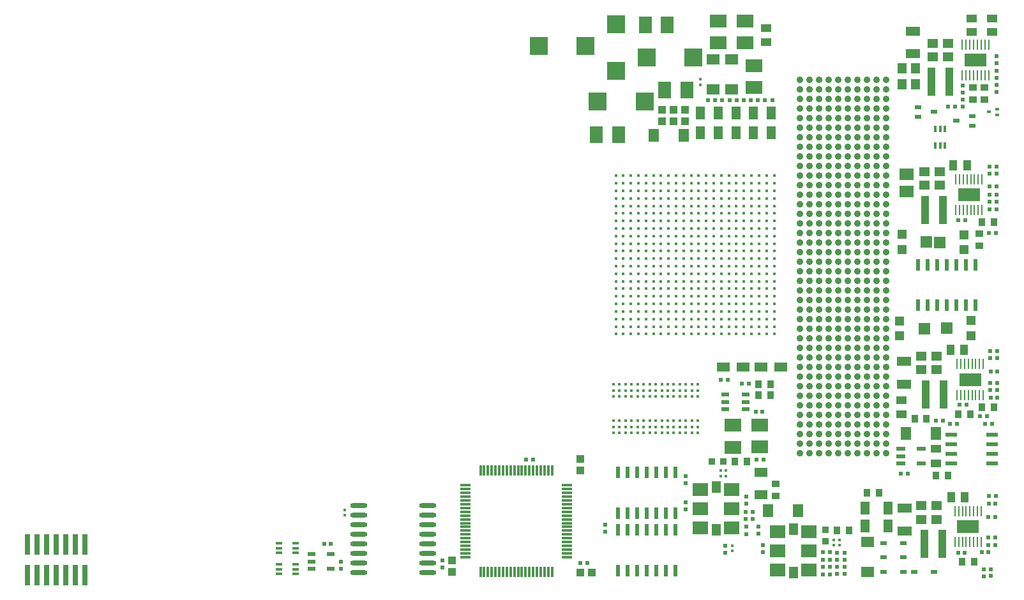
<source format=gtp>
G04*
G04 #@! TF.GenerationSoftware,Altium Limited,Altium Designer,19.1.7 (138)*
G04*
G04 Layer_Color=8421504*
%FSLAX25Y25*%
%MOIN*%
G70*
G01*
G75*
%ADD20R,0.01575X0.03740*%
%ADD21R,0.03347X0.02165*%
%ADD22R,0.02362X0.01378*%
%ADD23R,0.01575X0.01772*%
%ADD24R,0.02441X0.02441*%
%ADD25R,0.02284X0.02441*%
%ADD26R,0.02441X0.02441*%
%ADD27R,0.03543X0.01968*%
%ADD28R,0.03937X0.03937*%
%ADD29O,0.00984X0.05512*%
%ADD30R,0.11614X0.06929*%
%ADD31R,0.05709X0.04528*%
%ADD32R,0.02441X0.02284*%
%ADD33R,0.03858X0.14567*%
%ADD34C,0.01772*%
%ADD35R,0.07087X0.08858*%
%ADD36R,0.03740X0.01575*%
%ADD37R,0.03740X0.03937*%
%ADD38R,0.03740X0.03740*%
%ADD39R,0.05118X0.06083*%
%ADD40R,0.08465X0.06693*%
%ADD41R,0.01772X0.01575*%
%ADD42R,0.03740X0.03740*%
%ADD43R,0.02900X0.11000*%
%ADD44R,0.09252X0.09646*%
%ADD45C,0.01575*%
%ADD46C,0.03504*%
%ADD47R,0.05709X0.01181*%
%ADD48R,0.01181X0.05709*%
%ADD49O,0.09055X0.02362*%
%ADD50R,0.02362X0.06102*%
%ADD51R,0.07087X0.05512*%
%ADD52R,0.07284X0.04921*%
%ADD53R,0.05512X0.07087*%
%ADD54R,0.04528X0.05709*%
%ADD55R,0.09646X0.09252*%
%ADD56R,0.03740X0.03937*%
%ADD57R,0.05512X0.04134*%
%ADD58R,0.04528X0.07087*%
%ADD59R,0.07087X0.04528*%
%ADD60R,0.03937X0.03740*%
%ADD61R,0.03937X0.03937*%
%ADD62R,0.04134X0.02362*%
%ADD63R,0.04331X0.02362*%
%ADD64R,0.04331X0.05709*%
%ADD65R,0.05512X0.04134*%
%ADD66R,0.05709X0.04331*%
%ADD67R,0.07087X0.04921*%
%ADD68R,0.04921X0.07087*%
%ADD69R,0.07480X0.06299*%
%ADD70R,0.04921X0.02362*%
%ADD71R,0.04724X0.04724*%
%ADD72R,0.05906X0.06299*%
%ADD73R,0.06102X0.02362*%
%ADD74R,0.08858X0.07087*%
D20*
X156201Y-39370D02*
D03*
X153642D02*
D03*
X151083D02*
D03*
Y-30709D02*
D03*
X153642D02*
D03*
X156201D02*
D03*
D21*
X142126Y-19193D02*
D03*
Y-24311D02*
D03*
X150394Y-21752D02*
D03*
X170276Y-29035D02*
D03*
Y-23917D02*
D03*
X162008Y-26476D02*
D03*
D22*
X183366Y-23327D02*
D03*
Y-20177D02*
D03*
X179035Y-21752D02*
D03*
D23*
X28248Y-7579D02*
D03*
Y-4823D02*
D03*
X-157187Y-229512D02*
D03*
Y-232268D02*
D03*
X44943Y-248369D02*
D03*
Y-251125D02*
D03*
X98130Y-245177D02*
D03*
Y-247933D02*
D03*
X101083Y-245177D02*
D03*
Y-247933D02*
D03*
D24*
X-21358Y-240846D02*
D03*
Y-237303D02*
D03*
X180175Y-264173D02*
D03*
Y-260630D02*
D03*
X-106102Y-259646D02*
D03*
Y-256102D02*
D03*
X182972Y3642D02*
D03*
Y7185D02*
D03*
X165256Y-11614D02*
D03*
Y-8071D02*
D03*
Y-18996D02*
D03*
Y-15453D02*
D03*
X-159265Y-256757D02*
D03*
Y-260300D02*
D03*
D25*
X38996Y-161614D02*
D03*
X42697D02*
D03*
X155098Y-183071D02*
D03*
X151398D02*
D03*
X180689Y-184646D02*
D03*
X176988D02*
D03*
X61496Y-203248D02*
D03*
X57795D02*
D03*
X182756Y-84842D02*
D03*
X179055D02*
D03*
X183146Y-68701D02*
D03*
X179445D02*
D03*
X96142Y-251575D02*
D03*
X92441D02*
D03*
X96142Y-263386D02*
D03*
X92441D02*
D03*
X178937Y-222441D02*
D03*
X182638D02*
D03*
X178850Y-233235D02*
D03*
X182550D02*
D03*
X179350Y-50200D02*
D03*
X183050D02*
D03*
X179465Y-64862D02*
D03*
X183166D02*
D03*
X179350Y-54000D02*
D03*
X183050D02*
D03*
X157697Y-19007D02*
D03*
X161398D02*
D03*
X50020Y-163522D02*
D03*
X53721D02*
D03*
X62224Y-15748D02*
D03*
X65925D02*
D03*
X58465D02*
D03*
X54764D02*
D03*
X39882Y-15748D02*
D03*
X43583D02*
D03*
X36201D02*
D03*
X32500D02*
D03*
X50965Y-15748D02*
D03*
X47264D02*
D03*
X182559Y-244094D02*
D03*
X178858D02*
D03*
Y-247933D02*
D03*
X182559D02*
D03*
X183543Y-167126D02*
D03*
X179842D02*
D03*
Y-163287D02*
D03*
X183543D02*
D03*
X179750Y-146600D02*
D03*
X183450D02*
D03*
X179750Y-150400D02*
D03*
X183450D02*
D03*
X178032Y-180807D02*
D03*
X174331D02*
D03*
D26*
X-62598Y-203445D02*
D03*
X-59055D02*
D03*
X162323Y-184744D02*
D03*
X158780D02*
D03*
X136713Y-210630D02*
D03*
X133169D02*
D03*
X166535Y-251870D02*
D03*
X162992D02*
D03*
X179524Y-72539D02*
D03*
X183067D02*
D03*
X166729Y-78248D02*
D03*
X163186D02*
D03*
X92520Y-259449D02*
D03*
X96063D02*
D03*
X92520Y-255512D02*
D03*
X96063D02*
D03*
X52165Y-234449D02*
D03*
X55709D02*
D03*
X52165Y-230512D02*
D03*
X55709D02*
D03*
X182480Y-226279D02*
D03*
X178937D02*
D03*
X182969Y-60728D02*
D03*
X179426D02*
D03*
X175295Y-251772D02*
D03*
X178839D02*
D03*
X-168025Y-247406D02*
D03*
X-164482D02*
D03*
X-30709Y-257283D02*
D03*
X-34252D02*
D03*
X60827Y-178445D02*
D03*
X57284D02*
D03*
X183465Y-170965D02*
D03*
X179921D02*
D03*
X167421Y-174705D02*
D03*
X163878D02*
D03*
X183465Y-157382D02*
D03*
X179921D02*
D03*
D27*
X124114Y-246850D02*
D03*
X134350D02*
D03*
X140059Y-261910D02*
D03*
X150295D02*
D03*
X134350Y-254451D02*
D03*
X124114D02*
D03*
X134350Y-262041D02*
D03*
X124114D02*
D03*
D28*
X8465Y-20669D02*
D03*
Y-26575D02*
D03*
X14567Y-20669D02*
D03*
Y-26575D02*
D03*
X20472Y-20669D02*
D03*
Y-26575D02*
D03*
X-101181Y-256102D02*
D03*
Y-262008D02*
D03*
X-34154Y-209055D02*
D03*
Y-203150D02*
D03*
D29*
X176181Y-153445D02*
D03*
X174213D02*
D03*
X172244D02*
D03*
X170276D02*
D03*
X168307D02*
D03*
X166339D02*
D03*
X164370D02*
D03*
X162402D02*
D03*
X176181Y-169587D02*
D03*
X174213D02*
D03*
X172244D02*
D03*
X170276D02*
D03*
X168307D02*
D03*
X166339D02*
D03*
X164370D02*
D03*
X162402D02*
D03*
X175489Y-56878D02*
D03*
X173520D02*
D03*
X171552D02*
D03*
X169583D02*
D03*
X167615D02*
D03*
X165646D02*
D03*
X163678D02*
D03*
X161709D02*
D03*
X175489Y-73019D02*
D03*
X173520D02*
D03*
X171552D02*
D03*
X169583D02*
D03*
X167615D02*
D03*
X165646D02*
D03*
X163678D02*
D03*
X161709D02*
D03*
X179016Y13386D02*
D03*
X177047D02*
D03*
X175079D02*
D03*
X173110D02*
D03*
X171142D02*
D03*
X169173D02*
D03*
X167205D02*
D03*
X165236D02*
D03*
X179016Y-2756D02*
D03*
X177047D02*
D03*
X175079D02*
D03*
X173110D02*
D03*
X171142D02*
D03*
X169173D02*
D03*
X167205D02*
D03*
X165236D02*
D03*
X161319Y-246457D02*
D03*
X163287D02*
D03*
X165256D02*
D03*
X167224D02*
D03*
X169193D02*
D03*
X171161D02*
D03*
X173130D02*
D03*
X175098D02*
D03*
X161319Y-230315D02*
D03*
X163287D02*
D03*
X165256D02*
D03*
X167224D02*
D03*
X169193D02*
D03*
X171161D02*
D03*
X173130D02*
D03*
X175098D02*
D03*
D30*
X169291Y-161516D02*
D03*
X168599Y-64948D02*
D03*
X172126Y5315D02*
D03*
X168209Y-238386D02*
D03*
D31*
X157776Y6890D02*
D03*
Y13976D02*
D03*
X149606Y6890D02*
D03*
Y13976D02*
D03*
X151870Y-156398D02*
D03*
Y-149311D02*
D03*
X143701Y-156496D02*
D03*
Y-149409D02*
D03*
X153350Y-59971D02*
D03*
Y-52885D02*
D03*
X145272Y-59971D02*
D03*
Y-52885D02*
D03*
X151866Y-234530D02*
D03*
Y-227443D02*
D03*
X143894Y-234530D02*
D03*
Y-227443D02*
D03*
D32*
X176349Y-260551D02*
D03*
Y-264252D02*
D03*
X52362Y-238504D02*
D03*
Y-242205D02*
D03*
X41507Y-252146D02*
D03*
Y-248445D02*
D03*
X103740Y-259370D02*
D03*
Y-263071D02*
D03*
Y-255591D02*
D03*
Y-251890D02*
D03*
X58760Y-241910D02*
D03*
Y-238209D02*
D03*
X99902Y-263071D02*
D03*
Y-259370D02*
D03*
Y-251890D02*
D03*
Y-255591D02*
D03*
X61221Y-247953D02*
D03*
Y-251654D02*
D03*
X20700Y-215750D02*
D03*
Y-212050D02*
D03*
X52362Y-222756D02*
D03*
Y-226457D02*
D03*
X20669Y-225602D02*
D03*
Y-229303D02*
D03*
X182968Y-3917D02*
D03*
Y-216D02*
D03*
Y-7598D02*
D03*
Y-11299D02*
D03*
D33*
X158405Y-6102D02*
D03*
X149075D02*
D03*
X145335Y-247441D02*
D03*
X154665D02*
D03*
X146024Y-169390D02*
D03*
X155354D02*
D03*
X145725Y-72964D02*
D03*
X155055D02*
D03*
D34*
X43307Y-114173D02*
D03*
Y-110236D02*
D03*
X-15748Y-55118D02*
D03*
X-11811D02*
D03*
X-7874D02*
D03*
X-3937D02*
D03*
X0D02*
D03*
X3937D02*
D03*
X7874D02*
D03*
X11811D02*
D03*
X15748D02*
D03*
X19685D02*
D03*
X23622D02*
D03*
X27559D02*
D03*
X31496D02*
D03*
X35433D02*
D03*
X39370D02*
D03*
X43307D02*
D03*
X47244D02*
D03*
X51181D02*
D03*
X55118D02*
D03*
X59055D02*
D03*
X62992D02*
D03*
X66929D02*
D03*
X-15748Y-59055D02*
D03*
X-11811D02*
D03*
X-7874D02*
D03*
X-3937D02*
D03*
X0D02*
D03*
X3937D02*
D03*
X7874D02*
D03*
X11811D02*
D03*
X15748D02*
D03*
X19685D02*
D03*
X23622D02*
D03*
X27559D02*
D03*
X31496D02*
D03*
X35433D02*
D03*
X39370D02*
D03*
X43307D02*
D03*
X47244D02*
D03*
X51181D02*
D03*
X55118D02*
D03*
X59055D02*
D03*
X62992D02*
D03*
X66929D02*
D03*
X-15748Y-62992D02*
D03*
X-11811D02*
D03*
X-7874D02*
D03*
X-3937D02*
D03*
X0D02*
D03*
X3937D02*
D03*
X7874D02*
D03*
X11811D02*
D03*
X15748D02*
D03*
X19685D02*
D03*
X23622D02*
D03*
X27559D02*
D03*
X31496D02*
D03*
X35433D02*
D03*
X39370D02*
D03*
X43307D02*
D03*
X47244D02*
D03*
X51181D02*
D03*
X55118D02*
D03*
X59055D02*
D03*
X62992D02*
D03*
X66929D02*
D03*
X-15748Y-66929D02*
D03*
X-11811D02*
D03*
X-7874D02*
D03*
X-3937D02*
D03*
X0D02*
D03*
X3937D02*
D03*
X7874D02*
D03*
X11811D02*
D03*
X15748D02*
D03*
X19685D02*
D03*
X23622D02*
D03*
X27559D02*
D03*
X31496D02*
D03*
X35433D02*
D03*
X39370D02*
D03*
X43307D02*
D03*
X47244D02*
D03*
X51181D02*
D03*
X55118D02*
D03*
X59055D02*
D03*
X62992D02*
D03*
X66929D02*
D03*
X-15748Y-70866D02*
D03*
X-11811D02*
D03*
X-7874D02*
D03*
X-3937D02*
D03*
X0D02*
D03*
X3937D02*
D03*
X7874D02*
D03*
X11811D02*
D03*
X15748D02*
D03*
X19685D02*
D03*
X23622D02*
D03*
X27559D02*
D03*
X31496D02*
D03*
X35433D02*
D03*
X39370D02*
D03*
X43307D02*
D03*
X47244D02*
D03*
X51181D02*
D03*
X55118D02*
D03*
X59055D02*
D03*
X62992D02*
D03*
X66929D02*
D03*
X-15748Y-74803D02*
D03*
X-11811D02*
D03*
X-7874D02*
D03*
X-3937D02*
D03*
X0D02*
D03*
X3937D02*
D03*
X7874D02*
D03*
X11811D02*
D03*
X15748D02*
D03*
X19685D02*
D03*
X23622D02*
D03*
X27559D02*
D03*
X31496D02*
D03*
X35433D02*
D03*
X39370D02*
D03*
X43307D02*
D03*
X47244D02*
D03*
X51181D02*
D03*
X55118D02*
D03*
X59055D02*
D03*
X62992D02*
D03*
X66929D02*
D03*
X-15748Y-78740D02*
D03*
X-11811D02*
D03*
X-7874D02*
D03*
X-3937D02*
D03*
X0D02*
D03*
X3937D02*
D03*
X7874D02*
D03*
X11811D02*
D03*
X15748D02*
D03*
X19685D02*
D03*
X23622D02*
D03*
X27559D02*
D03*
X31496D02*
D03*
X35433D02*
D03*
X39370D02*
D03*
X43307D02*
D03*
X47244D02*
D03*
X51181D02*
D03*
X55118D02*
D03*
X59055D02*
D03*
X62992D02*
D03*
X66929D02*
D03*
X-15748Y-82677D02*
D03*
X-11811D02*
D03*
X-7874D02*
D03*
X-3937D02*
D03*
X0D02*
D03*
X3937D02*
D03*
X7874D02*
D03*
X11811D02*
D03*
X15748D02*
D03*
X19685D02*
D03*
X23622D02*
D03*
X27559D02*
D03*
X31496D02*
D03*
X35433D02*
D03*
X39370D02*
D03*
X43307D02*
D03*
X47244D02*
D03*
X51181D02*
D03*
X55118D02*
D03*
X59055D02*
D03*
X62992D02*
D03*
X66929D02*
D03*
X-15748Y-86614D02*
D03*
X-11811D02*
D03*
X-7874D02*
D03*
X-3937D02*
D03*
X0D02*
D03*
X3937D02*
D03*
X7874D02*
D03*
X11811D02*
D03*
X15748D02*
D03*
X19685D02*
D03*
X23622D02*
D03*
X27559D02*
D03*
X31496D02*
D03*
X35433D02*
D03*
X39370D02*
D03*
X43307D02*
D03*
X47244D02*
D03*
X51181D02*
D03*
X55118D02*
D03*
X59055D02*
D03*
X62992D02*
D03*
X66929D02*
D03*
X-15748Y-90551D02*
D03*
X-11811D02*
D03*
X-7874D02*
D03*
X-3937D02*
D03*
X0D02*
D03*
X3937D02*
D03*
X7874D02*
D03*
X11811D02*
D03*
X15748D02*
D03*
X19685D02*
D03*
X23622D02*
D03*
X27559D02*
D03*
X31496D02*
D03*
X35433D02*
D03*
X39370D02*
D03*
X43307D02*
D03*
X47244D02*
D03*
X51181D02*
D03*
X55118D02*
D03*
X59055D02*
D03*
X62992D02*
D03*
X66929D02*
D03*
X-15748Y-94488D02*
D03*
X-11811D02*
D03*
X-7874D02*
D03*
X-3937D02*
D03*
X0D02*
D03*
X3937D02*
D03*
X7874D02*
D03*
X11811D02*
D03*
X15748D02*
D03*
X19685D02*
D03*
X23622D02*
D03*
X27559D02*
D03*
X31496D02*
D03*
X35433D02*
D03*
X39370D02*
D03*
X43307D02*
D03*
X47244D02*
D03*
X51181D02*
D03*
X55118D02*
D03*
X59055D02*
D03*
X62992D02*
D03*
X66929D02*
D03*
X-15748Y-98425D02*
D03*
X-11811D02*
D03*
X-7874D02*
D03*
X-3937D02*
D03*
X0D02*
D03*
X3937D02*
D03*
X7874D02*
D03*
X11811D02*
D03*
X15748D02*
D03*
X19685D02*
D03*
X23622D02*
D03*
X27559D02*
D03*
X31496D02*
D03*
X35433D02*
D03*
X39370D02*
D03*
X43307D02*
D03*
X47244D02*
D03*
X51181D02*
D03*
X55118D02*
D03*
X59055D02*
D03*
X62992D02*
D03*
X66929D02*
D03*
X-15748Y-102362D02*
D03*
X-11811D02*
D03*
X-7874D02*
D03*
X-3937D02*
D03*
X0D02*
D03*
X3937D02*
D03*
X7874D02*
D03*
X11811D02*
D03*
X15748D02*
D03*
X19685D02*
D03*
X23622D02*
D03*
X27559D02*
D03*
X31496D02*
D03*
X35433D02*
D03*
X39370D02*
D03*
X43307D02*
D03*
X47244D02*
D03*
X51181D02*
D03*
X55118D02*
D03*
X59055D02*
D03*
X62992D02*
D03*
X66929D02*
D03*
X-15748Y-106299D02*
D03*
X-11811D02*
D03*
X-7874D02*
D03*
X-3937D02*
D03*
X0D02*
D03*
X3937D02*
D03*
X7874D02*
D03*
X11811D02*
D03*
X15748D02*
D03*
X19685D02*
D03*
X23622D02*
D03*
X27559D02*
D03*
X31496D02*
D03*
X35433D02*
D03*
X39370D02*
D03*
X43307D02*
D03*
X47244D02*
D03*
X51181D02*
D03*
X55118D02*
D03*
X59055D02*
D03*
X62992D02*
D03*
X66929D02*
D03*
X-15748Y-110236D02*
D03*
X-11811D02*
D03*
X-7874D02*
D03*
X-3937D02*
D03*
X0D02*
D03*
X3937D02*
D03*
X7874D02*
D03*
X11811D02*
D03*
X15748D02*
D03*
X19685D02*
D03*
X23622D02*
D03*
X27559D02*
D03*
X31496D02*
D03*
X35433D02*
D03*
X39370D02*
D03*
X47244D02*
D03*
X51181D02*
D03*
X55118D02*
D03*
X59055D02*
D03*
X62992D02*
D03*
X66929D02*
D03*
X-15748Y-114173D02*
D03*
X-11811D02*
D03*
X-7874D02*
D03*
X-3937D02*
D03*
X0D02*
D03*
X3937D02*
D03*
X7874D02*
D03*
X11811D02*
D03*
X15748D02*
D03*
X19685D02*
D03*
X23622D02*
D03*
X27559D02*
D03*
X31496D02*
D03*
X35433D02*
D03*
X39370D02*
D03*
X47244D02*
D03*
X51181D02*
D03*
X55118D02*
D03*
X59055D02*
D03*
X62992D02*
D03*
X66929D02*
D03*
X-15748Y-118110D02*
D03*
X-11811D02*
D03*
X-7874D02*
D03*
X-3937D02*
D03*
X0D02*
D03*
X3937D02*
D03*
X7874D02*
D03*
X11811D02*
D03*
X15748D02*
D03*
X19685D02*
D03*
X23622D02*
D03*
X27559D02*
D03*
X31496D02*
D03*
X35433D02*
D03*
X39370D02*
D03*
X43307D02*
D03*
X47244D02*
D03*
X51181D02*
D03*
X55118D02*
D03*
X59055D02*
D03*
X62992D02*
D03*
X66929D02*
D03*
X-15748Y-122047D02*
D03*
X-11811D02*
D03*
X-7874D02*
D03*
X-3937D02*
D03*
X0D02*
D03*
X3937D02*
D03*
X7874D02*
D03*
X11811D02*
D03*
X15748D02*
D03*
X19685D02*
D03*
X23622D02*
D03*
X27559D02*
D03*
X31496D02*
D03*
X35433D02*
D03*
X39370D02*
D03*
X43307D02*
D03*
X47244D02*
D03*
X51181D02*
D03*
X55118D02*
D03*
X59055D02*
D03*
X62992D02*
D03*
X66929D02*
D03*
X-15748Y-125984D02*
D03*
X-11811D02*
D03*
X-7874D02*
D03*
X-3937D02*
D03*
X0D02*
D03*
X3937D02*
D03*
X7874D02*
D03*
X11811D02*
D03*
X15748D02*
D03*
X19685D02*
D03*
X23622D02*
D03*
X27559D02*
D03*
X31496D02*
D03*
X35433D02*
D03*
X39370D02*
D03*
X43307D02*
D03*
X47244D02*
D03*
X51181D02*
D03*
X55118D02*
D03*
X59055D02*
D03*
X62992D02*
D03*
X66929D02*
D03*
X-15748Y-137795D02*
D03*
X-11811D02*
D03*
X-7874D02*
D03*
X-3937D02*
D03*
X0D02*
D03*
X3937D02*
D03*
X7874D02*
D03*
X11811D02*
D03*
X15748D02*
D03*
X19685D02*
D03*
X23622D02*
D03*
X27559D02*
D03*
X31496D02*
D03*
X35433D02*
D03*
X39370D02*
D03*
X43307D02*
D03*
X47244D02*
D03*
X51181D02*
D03*
X55118D02*
D03*
X59055D02*
D03*
X62992D02*
D03*
X66929D02*
D03*
Y-133858D02*
D03*
X62992D02*
D03*
X59055D02*
D03*
X55118D02*
D03*
X51181D02*
D03*
X47244D02*
D03*
X43307D02*
D03*
X39370D02*
D03*
X35433D02*
D03*
X31496D02*
D03*
X27559D02*
D03*
X23622D02*
D03*
X19685D02*
D03*
X15748D02*
D03*
X11811D02*
D03*
X7874D02*
D03*
X3937D02*
D03*
X0D02*
D03*
X-3937D02*
D03*
X-7874D02*
D03*
X-11811D02*
D03*
X-15748D02*
D03*
X66929Y-129921D02*
D03*
X62992D02*
D03*
X59055D02*
D03*
X55118D02*
D03*
X51181D02*
D03*
X47244D02*
D03*
X43307D02*
D03*
X39370D02*
D03*
X35433D02*
D03*
X31496D02*
D03*
X27559D02*
D03*
X23622D02*
D03*
X19685D02*
D03*
X15748D02*
D03*
X11811D02*
D03*
X7874D02*
D03*
X3937D02*
D03*
X0D02*
D03*
X-3937D02*
D03*
X-7874D02*
D03*
X-11811D02*
D03*
X-15748D02*
D03*
D35*
X11220Y23819D02*
D03*
X-197D02*
D03*
X-14370Y-33661D02*
D03*
X-25787D02*
D03*
X21260Y-10433D02*
D03*
X9843D02*
D03*
D36*
X-182837Y-257972D02*
D03*
Y-260531D02*
D03*
Y-263091D02*
D03*
X-191498D02*
D03*
Y-260531D02*
D03*
Y-257972D02*
D03*
X-182837Y-247047D02*
D03*
Y-249606D02*
D03*
Y-252165D02*
D03*
X-191498D02*
D03*
Y-249606D02*
D03*
Y-247047D02*
D03*
D37*
X99705Y-240293D02*
D03*
X106004D02*
D03*
X46457Y-204331D02*
D03*
X52756D02*
D03*
X64961Y-163920D02*
D03*
X58662D02*
D03*
D38*
X93602Y-240158D02*
D03*
Y-246063D02*
D03*
D39*
X76968Y-239754D02*
D03*
Y-262215D02*
D03*
X36614Y-217707D02*
D03*
Y-240167D02*
D03*
D40*
X85236Y-240984D02*
D03*
Y-250984D02*
D03*
X68701Y-260984D02*
D03*
X85236D02*
D03*
X68701Y-250984D02*
D03*
Y-240984D02*
D03*
X44882Y-218937D02*
D03*
Y-228937D02*
D03*
X28346Y-238937D02*
D03*
X44882D02*
D03*
X28346Y-228937D02*
D03*
Y-218937D02*
D03*
D41*
X41704Y-208921D02*
D03*
X38948D02*
D03*
X41704Y-212071D02*
D03*
X38948D02*
D03*
D42*
X40354Y-204331D02*
D03*
X34449D02*
D03*
D43*
X-293071Y-247709D02*
D03*
Y-263709D02*
D03*
X-298071Y-247709D02*
D03*
Y-263709D02*
D03*
X-303071Y-247709D02*
D03*
Y-263709D02*
D03*
X-308071Y-247709D02*
D03*
Y-263709D02*
D03*
X-313071Y-247709D02*
D03*
Y-263709D02*
D03*
X-318071Y-247709D02*
D03*
Y-263709D02*
D03*
X-323071Y-247709D02*
D03*
Y-263709D02*
D03*
D44*
X-31594Y12626D02*
D03*
X-56004D02*
D03*
X394Y6693D02*
D03*
X24803D02*
D03*
X-689Y-16339D02*
D03*
X-25098D02*
D03*
D45*
X-16929Y-189370D02*
D03*
Y-186221D02*
D03*
Y-183071D02*
D03*
Y-170472D02*
D03*
Y-167323D02*
D03*
Y-164173D02*
D03*
X-13780Y-189370D02*
D03*
Y-186221D02*
D03*
Y-183071D02*
D03*
Y-170472D02*
D03*
Y-167323D02*
D03*
Y-164173D02*
D03*
X-10630Y-189370D02*
D03*
Y-186221D02*
D03*
Y-183071D02*
D03*
Y-170472D02*
D03*
Y-167323D02*
D03*
Y-164173D02*
D03*
X-7480Y-189370D02*
D03*
Y-186221D02*
D03*
Y-183071D02*
D03*
Y-170472D02*
D03*
Y-167323D02*
D03*
Y-164173D02*
D03*
X-4331Y-189370D02*
D03*
Y-186221D02*
D03*
Y-183071D02*
D03*
Y-170472D02*
D03*
Y-167323D02*
D03*
Y-164173D02*
D03*
X-1181Y-189370D02*
D03*
Y-186221D02*
D03*
Y-183071D02*
D03*
Y-170472D02*
D03*
Y-167323D02*
D03*
Y-164173D02*
D03*
X1969Y-189370D02*
D03*
Y-186221D02*
D03*
Y-183071D02*
D03*
Y-170472D02*
D03*
Y-167323D02*
D03*
Y-164173D02*
D03*
X5118Y-189370D02*
D03*
Y-186221D02*
D03*
Y-183071D02*
D03*
Y-170472D02*
D03*
Y-167323D02*
D03*
Y-164173D02*
D03*
X8268Y-189370D02*
D03*
Y-186221D02*
D03*
Y-183071D02*
D03*
Y-170472D02*
D03*
Y-167323D02*
D03*
Y-164173D02*
D03*
X11417Y-189370D02*
D03*
Y-186221D02*
D03*
Y-183071D02*
D03*
Y-170472D02*
D03*
Y-167323D02*
D03*
Y-164173D02*
D03*
X14567Y-189370D02*
D03*
Y-186221D02*
D03*
Y-183071D02*
D03*
Y-170472D02*
D03*
Y-167323D02*
D03*
Y-164173D02*
D03*
X17717Y-189370D02*
D03*
Y-186221D02*
D03*
Y-183071D02*
D03*
Y-170472D02*
D03*
Y-167323D02*
D03*
Y-164173D02*
D03*
X20866Y-189370D02*
D03*
Y-186221D02*
D03*
Y-183071D02*
D03*
Y-170472D02*
D03*
Y-167323D02*
D03*
Y-164173D02*
D03*
X24016Y-189370D02*
D03*
Y-186221D02*
D03*
Y-183071D02*
D03*
Y-170472D02*
D03*
Y-167323D02*
D03*
Y-164173D02*
D03*
X27165Y-189370D02*
D03*
Y-186221D02*
D03*
Y-183071D02*
D03*
Y-170472D02*
D03*
Y-167323D02*
D03*
Y-164173D02*
D03*
D46*
X120435Y-200070D02*
D03*
Y-195070D02*
D03*
Y-190070D02*
D03*
Y-185070D02*
D03*
Y-180070D02*
D03*
Y-175070D02*
D03*
Y-170070D02*
D03*
Y-165070D02*
D03*
Y-160070D02*
D03*
Y-155070D02*
D03*
Y-150070D02*
D03*
Y-145070D02*
D03*
Y-140070D02*
D03*
Y-135070D02*
D03*
Y-130070D02*
D03*
Y-125070D02*
D03*
Y-120070D02*
D03*
Y-115070D02*
D03*
Y-110070D02*
D03*
Y-105070D02*
D03*
Y-100070D02*
D03*
Y-95070D02*
D03*
Y-90070D02*
D03*
Y-85070D02*
D03*
Y-80070D02*
D03*
Y-75070D02*
D03*
Y-70070D02*
D03*
Y-65070D02*
D03*
Y-60070D02*
D03*
Y-55070D02*
D03*
Y-50070D02*
D03*
Y-45070D02*
D03*
Y-40070D02*
D03*
Y-35070D02*
D03*
Y-30070D02*
D03*
Y-25070D02*
D03*
Y-20070D02*
D03*
Y-15070D02*
D03*
Y-10070D02*
D03*
Y-5070D02*
D03*
X125435D02*
D03*
Y-10070D02*
D03*
Y-15070D02*
D03*
Y-20070D02*
D03*
Y-25070D02*
D03*
Y-30070D02*
D03*
Y-35070D02*
D03*
Y-40070D02*
D03*
Y-45070D02*
D03*
Y-50070D02*
D03*
Y-55070D02*
D03*
Y-60070D02*
D03*
Y-65070D02*
D03*
Y-70070D02*
D03*
Y-75070D02*
D03*
Y-80070D02*
D03*
Y-85070D02*
D03*
Y-90070D02*
D03*
Y-95070D02*
D03*
Y-100070D02*
D03*
Y-105070D02*
D03*
Y-110070D02*
D03*
Y-115070D02*
D03*
Y-120070D02*
D03*
Y-125070D02*
D03*
Y-130070D02*
D03*
Y-135070D02*
D03*
Y-140070D02*
D03*
Y-145070D02*
D03*
Y-150070D02*
D03*
Y-155070D02*
D03*
Y-160070D02*
D03*
Y-165070D02*
D03*
Y-170070D02*
D03*
Y-175070D02*
D03*
Y-180070D02*
D03*
Y-185070D02*
D03*
Y-190070D02*
D03*
Y-195070D02*
D03*
Y-200070D02*
D03*
X115435Y-5070D02*
D03*
Y-10070D02*
D03*
Y-15070D02*
D03*
Y-20070D02*
D03*
Y-25070D02*
D03*
Y-30070D02*
D03*
Y-35070D02*
D03*
Y-40070D02*
D03*
Y-45070D02*
D03*
Y-50070D02*
D03*
Y-55070D02*
D03*
Y-60070D02*
D03*
Y-65070D02*
D03*
Y-70070D02*
D03*
Y-75070D02*
D03*
Y-80070D02*
D03*
Y-85070D02*
D03*
Y-90070D02*
D03*
Y-95070D02*
D03*
Y-100070D02*
D03*
Y-105070D02*
D03*
Y-110070D02*
D03*
Y-115070D02*
D03*
Y-120070D02*
D03*
Y-125070D02*
D03*
Y-130070D02*
D03*
Y-135070D02*
D03*
Y-140070D02*
D03*
Y-145070D02*
D03*
Y-150070D02*
D03*
Y-155070D02*
D03*
Y-160070D02*
D03*
Y-165070D02*
D03*
Y-170070D02*
D03*
Y-175070D02*
D03*
Y-180070D02*
D03*
Y-185070D02*
D03*
Y-190070D02*
D03*
Y-195070D02*
D03*
Y-200070D02*
D03*
X110435Y-5070D02*
D03*
Y-10070D02*
D03*
Y-15070D02*
D03*
Y-20070D02*
D03*
Y-25070D02*
D03*
Y-30070D02*
D03*
Y-35070D02*
D03*
Y-40070D02*
D03*
Y-45070D02*
D03*
Y-50070D02*
D03*
Y-55070D02*
D03*
Y-60070D02*
D03*
Y-65070D02*
D03*
Y-70070D02*
D03*
Y-75070D02*
D03*
Y-80070D02*
D03*
Y-85070D02*
D03*
Y-90070D02*
D03*
Y-95070D02*
D03*
Y-100070D02*
D03*
Y-105070D02*
D03*
Y-110070D02*
D03*
Y-115070D02*
D03*
Y-120070D02*
D03*
Y-125070D02*
D03*
Y-130070D02*
D03*
Y-135070D02*
D03*
Y-140070D02*
D03*
Y-145070D02*
D03*
Y-150070D02*
D03*
Y-155070D02*
D03*
Y-160070D02*
D03*
Y-165070D02*
D03*
Y-170070D02*
D03*
Y-175070D02*
D03*
Y-180070D02*
D03*
Y-185070D02*
D03*
Y-190070D02*
D03*
Y-195070D02*
D03*
Y-200070D02*
D03*
X105435Y-5070D02*
D03*
Y-10070D02*
D03*
Y-15070D02*
D03*
Y-20070D02*
D03*
Y-25070D02*
D03*
Y-30070D02*
D03*
Y-35070D02*
D03*
Y-40070D02*
D03*
Y-45070D02*
D03*
Y-50070D02*
D03*
Y-55070D02*
D03*
Y-60070D02*
D03*
Y-65070D02*
D03*
Y-70070D02*
D03*
Y-75070D02*
D03*
Y-80070D02*
D03*
Y-85070D02*
D03*
Y-90070D02*
D03*
Y-95070D02*
D03*
Y-100070D02*
D03*
Y-105070D02*
D03*
Y-110070D02*
D03*
Y-115070D02*
D03*
Y-120070D02*
D03*
Y-125070D02*
D03*
Y-130070D02*
D03*
Y-135070D02*
D03*
Y-140070D02*
D03*
Y-145070D02*
D03*
Y-150070D02*
D03*
Y-155070D02*
D03*
Y-160070D02*
D03*
Y-165070D02*
D03*
Y-170070D02*
D03*
Y-175070D02*
D03*
Y-180070D02*
D03*
Y-185070D02*
D03*
Y-190070D02*
D03*
Y-195070D02*
D03*
Y-200070D02*
D03*
X100435Y-5070D02*
D03*
Y-10070D02*
D03*
Y-15070D02*
D03*
Y-20070D02*
D03*
Y-25070D02*
D03*
Y-30070D02*
D03*
Y-35070D02*
D03*
Y-40070D02*
D03*
Y-45070D02*
D03*
Y-50070D02*
D03*
Y-55070D02*
D03*
Y-60070D02*
D03*
Y-65070D02*
D03*
Y-70070D02*
D03*
Y-75070D02*
D03*
Y-80070D02*
D03*
Y-85070D02*
D03*
Y-90070D02*
D03*
Y-95070D02*
D03*
Y-100070D02*
D03*
Y-105070D02*
D03*
Y-110070D02*
D03*
Y-115070D02*
D03*
Y-120070D02*
D03*
Y-125070D02*
D03*
Y-130070D02*
D03*
Y-135070D02*
D03*
Y-140070D02*
D03*
Y-145070D02*
D03*
Y-150070D02*
D03*
Y-155070D02*
D03*
Y-160070D02*
D03*
Y-165070D02*
D03*
Y-170070D02*
D03*
Y-175070D02*
D03*
Y-180070D02*
D03*
Y-185070D02*
D03*
Y-190070D02*
D03*
Y-195070D02*
D03*
Y-200070D02*
D03*
X95435Y-5070D02*
D03*
Y-10070D02*
D03*
Y-15070D02*
D03*
Y-20070D02*
D03*
Y-25070D02*
D03*
Y-30070D02*
D03*
Y-35070D02*
D03*
Y-40070D02*
D03*
Y-45070D02*
D03*
Y-50070D02*
D03*
Y-55070D02*
D03*
Y-60070D02*
D03*
Y-65070D02*
D03*
Y-70070D02*
D03*
Y-75070D02*
D03*
Y-80070D02*
D03*
Y-85070D02*
D03*
Y-90070D02*
D03*
Y-95070D02*
D03*
Y-100070D02*
D03*
Y-105070D02*
D03*
Y-110070D02*
D03*
Y-115070D02*
D03*
Y-120070D02*
D03*
Y-125070D02*
D03*
Y-130070D02*
D03*
Y-135070D02*
D03*
Y-140070D02*
D03*
Y-145070D02*
D03*
Y-150070D02*
D03*
Y-155070D02*
D03*
Y-160070D02*
D03*
Y-165070D02*
D03*
Y-170070D02*
D03*
Y-175070D02*
D03*
Y-180070D02*
D03*
Y-185070D02*
D03*
Y-190070D02*
D03*
Y-195070D02*
D03*
Y-200070D02*
D03*
X90435Y-5070D02*
D03*
Y-10070D02*
D03*
Y-15070D02*
D03*
Y-20070D02*
D03*
Y-25070D02*
D03*
Y-30070D02*
D03*
Y-35070D02*
D03*
Y-40070D02*
D03*
Y-45070D02*
D03*
Y-50070D02*
D03*
Y-55070D02*
D03*
Y-60070D02*
D03*
Y-65070D02*
D03*
Y-70070D02*
D03*
Y-75070D02*
D03*
Y-80070D02*
D03*
Y-85070D02*
D03*
Y-90070D02*
D03*
Y-95070D02*
D03*
Y-100070D02*
D03*
Y-105070D02*
D03*
Y-110070D02*
D03*
Y-115070D02*
D03*
Y-120070D02*
D03*
Y-125070D02*
D03*
Y-130070D02*
D03*
Y-135070D02*
D03*
Y-140070D02*
D03*
Y-145070D02*
D03*
Y-150070D02*
D03*
Y-155070D02*
D03*
Y-160070D02*
D03*
Y-165070D02*
D03*
Y-170070D02*
D03*
Y-175070D02*
D03*
Y-180070D02*
D03*
Y-185070D02*
D03*
Y-190070D02*
D03*
Y-195070D02*
D03*
Y-200070D02*
D03*
X85435Y-5070D02*
D03*
Y-10070D02*
D03*
Y-15070D02*
D03*
Y-20070D02*
D03*
Y-25070D02*
D03*
Y-30070D02*
D03*
Y-35070D02*
D03*
Y-40070D02*
D03*
Y-45070D02*
D03*
Y-50070D02*
D03*
Y-55070D02*
D03*
Y-60070D02*
D03*
Y-65070D02*
D03*
Y-70070D02*
D03*
Y-75070D02*
D03*
Y-80070D02*
D03*
Y-85070D02*
D03*
Y-90070D02*
D03*
Y-95070D02*
D03*
Y-100070D02*
D03*
Y-105070D02*
D03*
Y-110070D02*
D03*
Y-115070D02*
D03*
Y-120070D02*
D03*
Y-125070D02*
D03*
Y-130070D02*
D03*
Y-135070D02*
D03*
Y-140070D02*
D03*
Y-145070D02*
D03*
Y-150070D02*
D03*
Y-155070D02*
D03*
Y-160070D02*
D03*
Y-165070D02*
D03*
Y-170070D02*
D03*
Y-175070D02*
D03*
Y-180070D02*
D03*
Y-185070D02*
D03*
Y-190070D02*
D03*
Y-195070D02*
D03*
Y-200070D02*
D03*
X80435Y-5070D02*
D03*
Y-10070D02*
D03*
Y-15070D02*
D03*
Y-20070D02*
D03*
Y-25070D02*
D03*
Y-30070D02*
D03*
Y-35070D02*
D03*
Y-40070D02*
D03*
Y-45070D02*
D03*
Y-50070D02*
D03*
Y-55070D02*
D03*
Y-60070D02*
D03*
Y-65070D02*
D03*
Y-70070D02*
D03*
Y-75070D02*
D03*
Y-80070D02*
D03*
Y-85070D02*
D03*
Y-90070D02*
D03*
Y-95070D02*
D03*
Y-100070D02*
D03*
Y-105070D02*
D03*
Y-110070D02*
D03*
Y-115070D02*
D03*
Y-120070D02*
D03*
Y-125070D02*
D03*
Y-130070D02*
D03*
Y-135070D02*
D03*
Y-140070D02*
D03*
Y-145070D02*
D03*
Y-150070D02*
D03*
Y-155070D02*
D03*
Y-160070D02*
D03*
Y-165070D02*
D03*
Y-170070D02*
D03*
Y-175070D02*
D03*
Y-180070D02*
D03*
Y-185070D02*
D03*
Y-190070D02*
D03*
Y-195070D02*
D03*
Y-200070D02*
D03*
D47*
X-94193Y-216831D02*
D03*
Y-218799D02*
D03*
Y-220768D02*
D03*
Y-222736D02*
D03*
Y-224705D02*
D03*
Y-226673D02*
D03*
Y-228642D02*
D03*
Y-230610D02*
D03*
Y-232579D02*
D03*
Y-234547D02*
D03*
Y-236516D02*
D03*
Y-238484D02*
D03*
Y-240453D02*
D03*
Y-242421D02*
D03*
Y-244390D02*
D03*
Y-246358D02*
D03*
Y-248327D02*
D03*
Y-250295D02*
D03*
Y-252264D02*
D03*
Y-254232D02*
D03*
X-41240D02*
D03*
Y-252264D02*
D03*
Y-250295D02*
D03*
Y-248327D02*
D03*
Y-246358D02*
D03*
Y-244390D02*
D03*
Y-242421D02*
D03*
Y-240453D02*
D03*
Y-238484D02*
D03*
Y-236516D02*
D03*
Y-234547D02*
D03*
Y-232579D02*
D03*
Y-230610D02*
D03*
Y-228642D02*
D03*
Y-226673D02*
D03*
Y-224705D02*
D03*
Y-222736D02*
D03*
Y-220768D02*
D03*
Y-218799D02*
D03*
Y-216831D02*
D03*
D48*
X-86417Y-262008D02*
D03*
X-84449D02*
D03*
X-82480D02*
D03*
X-80512D02*
D03*
X-78543D02*
D03*
X-76575D02*
D03*
X-74606D02*
D03*
X-72638D02*
D03*
X-70669D02*
D03*
X-68701D02*
D03*
X-66732D02*
D03*
X-64764D02*
D03*
X-62795D02*
D03*
X-60827D02*
D03*
X-58858D02*
D03*
X-56890D02*
D03*
X-54921D02*
D03*
X-52953D02*
D03*
X-50984D02*
D03*
X-49016D02*
D03*
Y-209055D02*
D03*
X-50984D02*
D03*
X-52953D02*
D03*
X-54921D02*
D03*
X-56890D02*
D03*
X-58858D02*
D03*
X-60827D02*
D03*
X-62795D02*
D03*
X-64764D02*
D03*
X-66732D02*
D03*
X-68701D02*
D03*
X-70669D02*
D03*
X-72638D02*
D03*
X-74606D02*
D03*
X-76575D02*
D03*
X-78543D02*
D03*
X-80512D02*
D03*
X-82480D02*
D03*
X-84449D02*
D03*
X-86417D02*
D03*
D49*
X-149902Y-227284D02*
D03*
Y-232283D02*
D03*
Y-237283D02*
D03*
Y-242284D02*
D03*
Y-247284D02*
D03*
Y-252284D02*
D03*
Y-257283D02*
D03*
Y-262283D02*
D03*
X-113878Y-227284D02*
D03*
Y-232283D02*
D03*
Y-237283D02*
D03*
Y-242284D02*
D03*
Y-247284D02*
D03*
Y-252284D02*
D03*
Y-257283D02*
D03*
Y-262283D02*
D03*
D50*
X15276Y-240059D02*
D03*
X10276D02*
D03*
X5276D02*
D03*
X276D02*
D03*
X-4724D02*
D03*
X-9724D02*
D03*
X-14724D02*
D03*
X15276Y-261319D02*
D03*
X10276D02*
D03*
X5276D02*
D03*
X276D02*
D03*
X-4724D02*
D03*
X-9724D02*
D03*
X-14724D02*
D03*
X142030Y-122835D02*
D03*
X147030D02*
D03*
X152030D02*
D03*
X157030D02*
D03*
X162030D02*
D03*
X167030D02*
D03*
X172030D02*
D03*
X142030Y-101575D02*
D03*
X147030D02*
D03*
X152030D02*
D03*
X157030D02*
D03*
X162030D02*
D03*
X167030D02*
D03*
X172030D02*
D03*
X15276Y-209941D02*
D03*
X10276D02*
D03*
X5276D02*
D03*
X276D02*
D03*
X-4724D02*
D03*
X-9724D02*
D03*
X-14724D02*
D03*
X15276Y-231201D02*
D03*
X10276D02*
D03*
X5276D02*
D03*
X276D02*
D03*
X-4724D02*
D03*
X-9724D02*
D03*
X-14724D02*
D03*
D51*
X35236Y-9941D02*
D03*
Y5807D02*
D03*
X44587Y-9941D02*
D03*
Y5807D02*
D03*
X115847Y-246358D02*
D03*
Y-262106D02*
D03*
D52*
X139469Y20472D02*
D03*
Y8661D02*
D03*
X135039Y-228839D02*
D03*
Y-240650D02*
D03*
X134646Y-152067D02*
D03*
Y-163878D02*
D03*
D53*
X19783Y-34154D02*
D03*
X4035D02*
D03*
X63583Y-230020D02*
D03*
X79331D02*
D03*
X135630Y-189665D02*
D03*
X151378D02*
D03*
D54*
X140847Y886D02*
D03*
X133760D02*
D03*
X140847Y-7283D02*
D03*
X133760D02*
D03*
D55*
X-15551Y-295D02*
D03*
Y24114D02*
D03*
D56*
X64961Y-169825D02*
D03*
X58662D02*
D03*
X140256Y-181890D02*
D03*
X146555D02*
D03*
X115453Y-220768D02*
D03*
X121752D02*
D03*
X171358Y-256791D02*
D03*
X165059D02*
D03*
X175292Y-79331D02*
D03*
X181591D02*
D03*
X169488Y-179626D02*
D03*
X163189D02*
D03*
X175492Y-175886D02*
D03*
X181791D02*
D03*
X151378Y-211516D02*
D03*
X157677D02*
D03*
D57*
X133366Y-172441D02*
D03*
Y-179528D02*
D03*
X62697Y21850D02*
D03*
Y14764D02*
D03*
D58*
X126340Y-228543D02*
D03*
X114529D02*
D03*
X126378Y-237894D02*
D03*
X114567D02*
D03*
D59*
X60039Y-209842D02*
D03*
Y-221654D02*
D03*
D60*
X67618Y-222244D02*
D03*
Y-215945D02*
D03*
X174100Y-85350D02*
D03*
Y-91650D02*
D03*
X170768Y-9055D02*
D03*
Y-15354D02*
D03*
X176870Y-9055D02*
D03*
Y-15354D02*
D03*
D61*
X-34252Y-262205D02*
D03*
X-28346D02*
D03*
D62*
X41339Y-169488D02*
D03*
Y-173228D02*
D03*
Y-176969D02*
D03*
X51968D02*
D03*
Y-173228D02*
D03*
Y-169488D02*
D03*
D63*
X-164482Y-252820D02*
D03*
Y-260300D02*
D03*
X-174718D02*
D03*
Y-256560D02*
D03*
Y-252820D02*
D03*
D64*
X159252Y-223130D02*
D03*
X166339D02*
D03*
X159153Y-146161D02*
D03*
X166240D02*
D03*
X160528Y-49538D02*
D03*
X167615D02*
D03*
D65*
X151378Y-205217D02*
D03*
Y-197736D02*
D03*
D66*
X180807Y26969D02*
D03*
Y19882D02*
D03*
X169980Y26969D02*
D03*
Y19882D02*
D03*
D67*
X40551Y-155020D02*
D03*
X50787D02*
D03*
X60039D02*
D03*
X70276D02*
D03*
D68*
X65453Y-22314D02*
D03*
Y-32550D02*
D03*
X56201Y-22314D02*
D03*
Y-32550D02*
D03*
X37697Y-22314D02*
D03*
Y-32550D02*
D03*
X28445Y-22314D02*
D03*
Y-32550D02*
D03*
X46949Y-22314D02*
D03*
Y-32550D02*
D03*
D69*
X136217Y-63250D02*
D03*
Y-54195D02*
D03*
D70*
X133169Y-197835D02*
D03*
Y-201575D02*
D03*
Y-205315D02*
D03*
X143799D02*
D03*
Y-197835D02*
D03*
D71*
X169882Y-130709D02*
D03*
Y-138583D02*
D03*
X132579Y-138779D02*
D03*
Y-130905D02*
D03*
X133661Y-93701D02*
D03*
Y-85827D02*
D03*
X166142Y-85925D02*
D03*
Y-93799D02*
D03*
D72*
X157087Y-134646D02*
D03*
X145374Y-134843D02*
D03*
X146457Y-89764D02*
D03*
X153347Y-89862D02*
D03*
D73*
X159449Y-190236D02*
D03*
Y-195236D02*
D03*
Y-200236D02*
D03*
Y-205236D02*
D03*
X180709Y-190236D02*
D03*
Y-195236D02*
D03*
Y-200236D02*
D03*
Y-205236D02*
D03*
D74*
X37697Y14370D02*
D03*
Y25787D02*
D03*
X56299Y-9154D02*
D03*
Y2264D02*
D03*
X45472Y-185470D02*
D03*
Y-196888D02*
D03*
X51772Y14370D02*
D03*
Y25787D02*
D03*
X59449Y-185335D02*
D03*
Y-196752D02*
D03*
M02*

</source>
